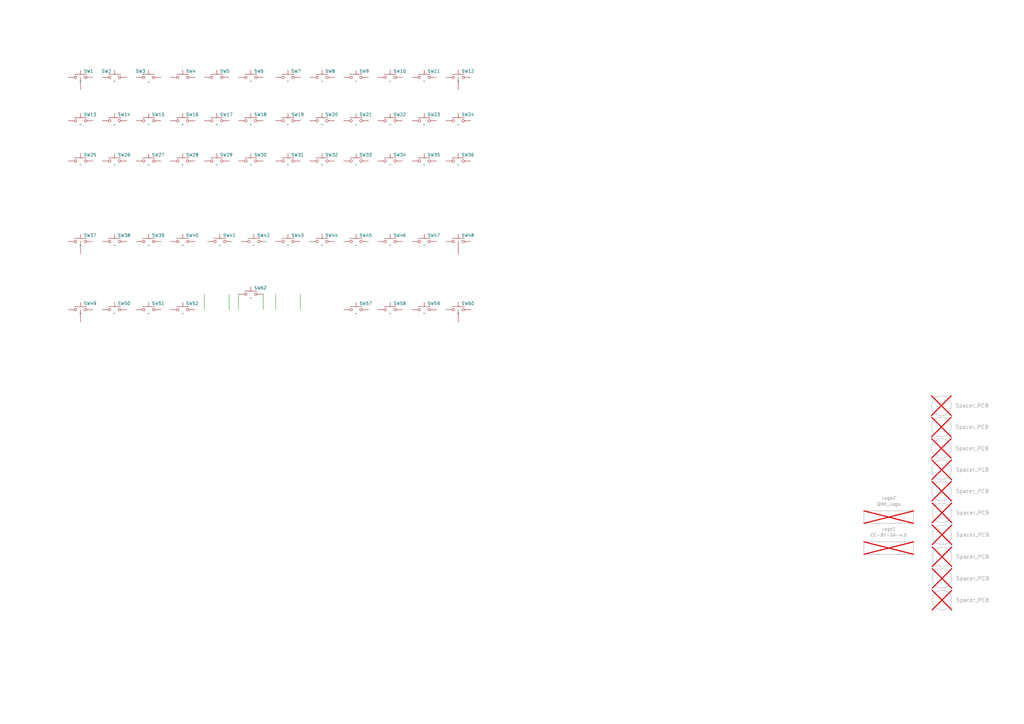
<source format=kicad_sch>
(kicad_sch (version 20231120) (generator "eeschema") (generator_version "8.0")
  (paper "A3")
  (title_block (title "Chameleon") (date "2024-03-19") (rev "v1.10") (company "Tweety's Wild Thinking") (comment 1 "Markus Knutsson <markus.knutsson@tweety.se>") (comment 2 "https://github.com/TweetyDaBird") (comment 3 "Licensed under Creative Commons BY-SA 4.0 International "))
  (lib_symbols
    (symbol "Keyboard Switches:SW_Push_GND" (pin_numbers hide) (pin_names (offset 1.016) hide)
      (property "Reference" "SW" (at 1.27 2.54 0))
      (property "Value" "SW_Push" (at 0 -1.524 0))
      (symbol "SW_Push_GND_0_1"
        (circle (center -2.032 0) (radius 0.508))
        (polyline (pts (xy 0 1.27) (xy 0 3.048)))
        (polyline (pts (xy 2.54 1.27) (xy -2.54 1.27)))
        (circle (center 2.032 0) (radius 0.508))
        (pin passive line (at -5.08 0 0) (length 2.54) (name "1") (number "1"))
        (pin passive line (at 5.08 0 180) (length 2.54) (name "2") (number "2"))
      )
      (symbol "SW_Push_GND_1_1"
        (pin power_in line (at 0 -5.08 90) (length 5.08) (name "3") (number "3"))
      )
    )
    (symbol "Keyboard_Plate:Spacer_PCB" (pin_names (offset 1.016))
      (property "Value" "Spacer_PCB" (at 0 1.27 0))
      (symbol "Spacer_PCB_0_1"
        (circle (center 0 0) (radius 4.0132))
      )
    )
    (symbol "Logotypes:CC-BY-SA-4.0" (pin_names (offset 1.016)) (in_bom no)
      (property "Reference" "Logo" (at 0 1.27 0))
      (property "Value" "CC-BY-SA-4.0" (at 0 -1.27 0))
      (symbol "CC-BY-SA-4.0_0_1"
        (rectangle (start -10.16 2.54) (end 10.16 -2.54))
      )
    )
    (symbol "Logotypes:QMK_Logo" (pin_numbers hide) (pin_names (offset 0) hide) (in_bom no)
      (property "Reference" "Logo" (at 0 0 0))
      (property "Value" "QMK_Logo" (at 0 2.54 0))
      (symbol "QMK_Logo_0_1"
        (rectangle (start -10.16 3.81) (end 10.16 -1.27))
      )
    )
    (symbol "Switch:SW_Push" (pin_numbers hide) (pin_names (offset 1.016) hide)
      (property "Reference" "SW" (at 1.27 2.54 0))
      (property "Value" "SW_Push" (at 0 -1.524 0))
      (symbol "SW_Push_0_1"
        (circle (center -2.032 0) (radius 0.508))
        (polyline (pts (xy 0 1.27) (xy 0 3.048)))
        (polyline (pts (xy 2.54 1.27) (xy -2.54 1.27)))
        (circle (center 2.032 0) (radius 0.508))
        (pin passive line (at -5.08 0 0) (length 2.54) (name "1") (number "1"))
        (pin passive line (at 5.08 0 180) (length 2.54) (name "2") (number "2"))
      )
    )
  )
  (wire (pts (xy 93.98 120.65) (xy 93.98 127)))
  (wire (pts (xy 97.79 120.65) (xy 97.79 127)))
  (wire (pts (xy 83.82 127) (xy 83.82 120.65)))
  (wire (pts (xy 123.19 120.65) (xy 123.19 127)))
  (wire (pts (xy 107.95 120.65) (xy 107.95 127)))
  (wire (pts (xy 113.03 127) (xy 113.03 120.65)))
  (symbol (lib_id "Switch:SW_Push") (at 90.17 99.06 0) (unit 1)
    (property "Reference" "SW41" (at 91.44 96.52 0) (effects (justify left)))
    (property "Value" "~" (at 90.17 100.584 0))
    (property "Footprint" "Keyboard_Plate:SW_MX_Plate_Placeholder_nodrill_NOBORDER_13,9" (effects (hide yes)))
  )
  (symbol (lib_id "Switch:SW_Push") (at 88.9 66.04 0) (unit 1)
    (property "Reference" "SW29" (at 90.17 63.5 0) (effects (justify left)))
    (property "Value" "~" (at 88.9 67.564 0))
    (property "Footprint" "Keyboard_Plate:SW_MX_Plate_Placeholder_nodrill_NOBORDER_13,9" (effects (hide yes)))
  )
  (symbol (lib_id "Keyboard_Plate:Spacer_PCB") (at 386.334 219.329 0) (unit 1) (in_bom no) (dnp yes)
    (property "Reference" "H2" (effects (hide yes)))
    (property "Value" "Spacer_PCB" (at 392.049 219.329 0) (effects (font (size 1.524 1.524)) (justify left)))
    (property "Footprint" "Keyboard Common:Spacer PCB hole" (effects (hide yes)))
  )
  (symbol (lib_id "Keyboard_Plate:Spacer_PCB") (at 386.334 228.346 0) (unit 1) (in_bom no) (dnp yes)
    (property "Reference" "H3" (effects (hide yes)))
    (property "Value" "Spacer_PCB" (at 392.049 228.346 0) (effects (font (size 1.524 1.524)) (justify left)))
    (property "Footprint" "Keyboard Common:Spacer PCB hole" (effects (hide yes)))
  )
  (symbol (lib_id "Keyboard Switches:SW_Push_GND") (at 33.02 99.06 0) (unit 1)
    (property "Reference" "SW37" (at 34.29 96.52 0) (effects (justify left)))
    (property "Value" "~" (at 33.02 100.584 0))
    (property "Footprint" "Keyboard_Plate:SW_MX_Plate_Placeholder_nodrill_NOBORDER_13,9" (effects (hide yes)))
  )
  (symbol (lib_id "Keyboard_Plate:Spacer_PCB") (at 386.207 201.422 0) (unit 1) (in_bom no) (dnp yes)
    (property "Reference" "H6" (effects (hide yes)))
    (property "Value" "Spacer_PCB" (at 391.922 201.422 0) (effects (font (size 1.524 1.524)) (justify left)))
    (property "Footprint" "Keyboard Common:Spacer PCB hole" (effects (hide yes)))
  )
  (symbol (lib_id "Switch:SW_Push") (at 60.96 99.06 0) (unit 1)
    (property "Reference" "SW39" (at 62.23 96.52 0) (effects (justify left)))
    (property "Value" "~" (at 60.96 100.584 0))
    (property "Footprint" "Keyboard_Plate:SW_MX_Plate_Placeholder_nodrill_NOBORDER_13,9" (effects (hide yes)))
  )
  (symbol (lib_id "Switch:SW_Push") (at 118.11 49.53 0) (unit 1)
    (property "Reference" "SW19" (at 119.38 46.99 0) (effects (justify left)))
    (property "Value" "~" (at 118.11 51.054 0))
    (property "Footprint" "Keyboard_Plate:SW_MX_Plate_Placeholder_nodrill_NOBORDER_13,9" (effects (hide yes)))
  )
  (symbol (lib_id "Switch:SW_Push") (at 173.99 127 0) (unit 1)
    (property "Reference" "SW59" (at 175.26 124.46 0) (effects (justify left)))
    (property "Value" "~" (at 173.99 128.524 0))
    (property "Footprint" "Keyboard_Plate:SW_MX_Plate_Placeholder_nodrill_NOBORDER_13,9" (effects (hide yes)))
  )
  (symbol (lib_id "Switch:SW_Push") (at 132.08 66.04 0) (unit 1)
    (property "Reference" "SW32" (at 133.35 63.5 0) (effects (justify left)))
    (property "Value" "~" (at 132.08 67.564 0))
    (property "Footprint" "Keyboard_Plate:SW_MX_Plate_Placeholder_nodrill_NOBORDER_13,9" (effects (hide yes)))
  )
  (symbol (lib_id "Switch:SW_Push") (at 146.05 99.06 0) (unit 1)
    (property "Reference" "SW45" (at 147.32 96.52 0) (effects (justify left)))
    (property "Value" "~" (at 146.05 100.584 0))
    (property "Footprint" "Keyboard_Plate:SW_MX_Plate_Placeholder_nodrill_NOBORDER_13,9" (effects (hide yes)))
  )
  (symbol (lib_id "Switch:SW_Push") (at 104.14 99.06 0) (unit 1)
    (property "Reference" "SW42" (at 105.41 96.52 0) (effects (justify left)))
    (property "Value" "~" (at 104.14 100.584 0))
    (property "Footprint" "Keyboard_Plate:SW_MX_Plate_Placeholder_nodrill_NOBORDER_13,9" (effects (hide yes)))
  )
  (symbol (lib_id "Switch:SW_Push") (at 173.99 99.06 0) (unit 1)
    (property "Reference" "SW47" (at 175.26 96.52 0) (effects (justify left)))
    (property "Value" "~" (at 173.99 100.584 0))
    (property "Footprint" "Keyboard_Plate:SW_MX_Plate_Placeholder_nodrill_NOBORDER_13,9" (effects (hide yes)))
  )
  (symbol (lib_id "Switch:SW_Push") (at 173.99 31.75 0) (unit 1)
    (property "Reference" "SW11" (at 175.26 29.21 0) (effects (justify left)))
    (property "Value" "~" (at 173.99 33.274 0))
    (property "Footprint" "Keyboard_Plate:SW_MX_Plate_Placeholder_nodrill_NOBORDER_13,9" (effects (hide yes)))
  )
  (symbol (lib_id "Keyboard Switches:SW_Push_GND") (at 33.02 127 0) (unit 1)
    (property "Reference" "SW49" (at 34.29 124.46 0) (effects (justify left)))
    (property "Value" "~" (at 33.02 128.524 0))
    (property "Footprint" "Keyboard_Plate:SW_MX_Plate_Placeholder_nodrill_NOBORDER_13,9" (effects (hide yes)))
  )
  (symbol (lib_id "Switch:SW_Push") (at 146.05 66.04 0) (unit 1)
    (property "Reference" "SW33" (at 147.32 63.5 0) (effects (justify left)))
    (property "Value" "~" (at 146.05 67.564 0))
    (property "Footprint" "Keyboard_Plate:SW_MX_Plate_Placeholder_nodrill_NOBORDER_13,9" (effects (hide yes)))
  )
  (symbol (lib_id "Switch:SW_Push") (at 74.93 99.06 0) (unit 1)
    (property "Reference" "SW40" (at 76.2 96.52 0) (effects (justify left)))
    (property "Value" "~" (at 74.93 100.584 0))
    (property "Footprint" "Keyboard_Plate:SW_MX_Plate_Placeholder_nodrill_NOBORDER_13,9" (effects (hide yes)))
  )
  (symbol (lib_id "Switch:SW_Push") (at 160.02 31.75 0) (unit 1)
    (property "Reference" "SW10" (at 161.29 29.21 0) (effects (justify left)))
    (property "Value" "~" (at 160.02 33.274 0))
    (property "Footprint" "Keyboard_Plate:SW_MX_Plate_Placeholder_nodrill_NOBORDER_13,9" (effects (hide yes)))
  )
  (symbol (lib_id "Keyboard Switches:SW_Push_GND") (at 187.96 99.06 0) (unit 1)
    (property "Reference" "SW48" (at 189.23 96.52 0) (effects (justify left)))
    (property "Footprint" "Keyboard_Plate:SW_MX_Plate_Placeholder_nodrill_NOBORDER_13,9" (effects (hide yes)))
  )
  (symbol (lib_id "Switch:SW_Push") (at 160.02 127 0) (unit 1)
    (property "Reference" "SW58" (at 161.29 124.46 0) (effects (justify left)))
    (property "Value" "~" (at 160.02 128.524 0))
    (property "Footprint" "Keyboard_Plate:SW_MX_Plate_Placeholder_nodrill_NOBORDER_13,9" (effects (hide yes)))
  )
  (symbol (lib_id "Logotypes:CC-BY-SA-4.0") (at 364.49 224.79 0) (unit 1) (exclude_from_sim yes) (in_bom no) (dnp yes)
    (property "Reference" "Logo1" (at 364.49 216.916 0))
    (property "Value" "CC-BY-SA-4.0" (at 364.49 219.456 0))
    (property "Footprint" "Logotypes:CC_BY_SA_40_tiny" (effects (hide yes)))
  )
  (symbol (lib_id "Switch:SW_Push") (at 187.96 66.04 0) (unit 1)
    (property "Reference" "SW36" (at 189.23 63.5 0) (effects (justify left)))
    (property "Value" "~" (at 187.96 67.564 0))
    (property "Footprint" "Keyboard_Plate:SW_MX_Plate_Placeholder_nodrill_NOBORDER_13,9" (effects (hide yes)))
  )
  (symbol (lib_id "Switch:SW_Push") (at 74.93 127 0) (unit 1)
    (property "Reference" "SW52" (at 76.2 124.46 0) (effects (justify left)))
    (property "Value" "~" (at 74.93 128.524 0))
    (property "Footprint" "Keyboard_Plate:SW_MX_Plate_Placeholder_nodrill_NOBORDER_13,9" (effects (hide yes)))
  )
  (symbol (lib_id "Keyboard_Plate:Spacer_PCB") (at 386.08 183.896 0) (unit 1) (in_bom no) (dnp yes)
    (property "Reference" "H9" (effects (hide yes)))
    (property "Value" "Spacer_PCB" (at 391.795 183.896 0) (effects (font (size 1.524 1.524)) (justify left)))
    (property "Footprint" "Keyboard Common:Spacer PCB hole" (effects (hide yes)))
  )
  (symbol (lib_id "Switch:SW_Push") (at 160.02 49.53 0) (unit 1)
    (property "Reference" "SW22" (at 161.29 46.99 0) (effects (justify left)))
    (property "Value" "~" (at 160.02 51.054 0))
    (property "Footprint" "Keyboard_Plate:SW_MX_Plate_Placeholder_nodrill_NOBORDER_13,9" (effects (hide yes)))
  )
  (symbol (lib_id "Switch:SW_Push") (at 132.08 31.75 0) (unit 1)
    (property "Reference" "SW8" (at 133.35 29.21 0) (effects (justify left)))
    (property "Value" "~" (at 132.08 33.274 0))
    (property "Footprint" "Keyboard_Plate:SW_MX_Plate_Placeholder_nodrill_NOBORDER_13,9" (effects (hide yes)))
  )
  (symbol (lib_id "Switch:SW_Push") (at 33.02 66.04 0) (unit 1)
    (property "Reference" "SW25" (at 34.29 63.5 0) (effects (justify left)))
    (property "Value" "~" (at 33.02 67.564 0))
    (property "Footprint" "Keyboard_Plate:SW_MX_Plate_Placeholder_nodrill_NOBORDER_13,9" (effects (hide yes)))
  )
  (symbol (lib_id "Keyboard_Plate:Spacer_PCB") (at 386.334 246.126 0) (unit 1) (in_bom no) (dnp yes)
    (property "Reference" "H5" (effects (hide yes)))
    (property "Value" "Spacer_PCB" (at 392.049 246.126 0) (effects (font (size 1.524 1.524)) (justify left)))
    (property "Footprint" "Keyboard Common:Spacer PCB hole" (effects (hide yes)))
  )
  (symbol (lib_id "Switch:SW_Push") (at 46.99 99.06 0) (unit 1)
    (property "Reference" "SW38" (at 48.26 96.52 0) (effects (justify left)))
    (property "Value" "~" (at 46.99 100.584 0))
    (property "Footprint" "Keyboard_Plate:SW_MX_Plate_Placeholder_nodrill_NOBORDER_13,9" (effects (hide yes)))
  )
  (symbol (lib_id "Keyboard_Plate:Spacer_PCB") (at 386.08 166.37 0) (unit 1) (in_bom no) (dnp yes)
    (property "Reference" "H10" (effects (hide yes)))
    (property "Value" "Spacer_PCB" (at 391.795 166.37 0) (effects (font (size 1.524 1.524)) (justify left)))
    (property "Footprint" "Keyboard Common:Spacer PCB hole" (effects (hide yes)))
  )
  (symbol (lib_id "Switch:SW_Push") (at 88.9 31.75 0) (unit 1)
    (property "Reference" "SW5" (at 90.17 29.21 0) (effects (justify left)))
    (property "Footprint" "Keyboard_Plate:SW_MX_Plate_Placeholder_nodrill_NOBORDER_13,9" (effects (hide yes)))
  )
  (symbol (lib_id "Switch:SW_Push") (at 74.93 49.53 0) (unit 1)
    (property "Reference" "SW16" (at 76.2 46.99 0) (effects (justify left)))
    (property "Value" "~" (at 74.93 51.054 0))
    (property "Footprint" "Keyboard_Plate:SW_MX_Plate_Placeholder_nodrill_NOBORDER_13,9" (effects (hide yes)))
  )
  (symbol (lib_id "Switch:SW_Push") (at 60.96 66.04 0) (unit 1)
    (property "Reference" "SW27" (at 62.23 63.5 0) (effects (justify left)))
    (property "Value" "~" (at 60.96 67.564 0))
    (property "Footprint" "Keyboard_Plate:SW_MX_Plate_Placeholder_nodrill_NOBORDER_13,9" (effects (hide yes)))
  )
  (symbol (lib_id "Switch:SW_Push") (at 60.96 31.75 0) (mirror y) (unit 1)
    (property "Reference" "SW3" (at 59.69 29.21 0) (effects (justify left)))
    (property "Value" "~" (at 60.96 33.655 0))
    (property "Footprint" "Keyboard_Plate:SW_MX_Plate_Placeholder_nodrill_NOBORDER_13,9" (effects (hide yes)))
  )
  (symbol (lib_id "Switch:SW_Push") (at 160.02 66.04 0) (unit 1)
    (property "Reference" "SW34" (at 161.29 63.5 0) (effects (justify left)))
    (property "Value" "~" (at 160.02 67.564 0))
    (property "Footprint" "Keyboard_Plate:SW_MX_Plate_Placeholder_nodrill_NOBORDER_13,9" (effects (hide yes)))
  )
  (symbol (lib_id "Switch:SW_Push") (at 118.11 66.04 0) (unit 1)
    (property "Reference" "SW31" (at 119.38 63.5 0) (effects (justify left)))
    (property "Value" "~" (at 118.11 67.564 0))
    (property "Footprint" "Keyboard_Plate:SW_MX_Plate_Placeholder_nodrill_NOBORDER_13,9" (effects (hide yes)))
  )
  (symbol (lib_id "Switch:SW_Push") (at 33.02 49.53 0) (unit 1)
    (property "Reference" "SW13" (at 34.29 46.99 0) (effects (justify left)))
    (property "Value" "~" (at 33.02 51.054 0))
    (property "Footprint" "Keyboard_Plate:SW_MX_Plate_Placeholder_nodrill_NOBORDER_13,9" (effects (hide yes)))
  )
  (symbol (lib_id "Switch:SW_Push") (at 60.96 127 0) (unit 1)
    (property "Reference" "SW51" (at 62.23 124.46 0) (effects (justify left)))
    (property "Value" "~" (at 60.96 128.524 0))
    (property "Footprint" "Keyboard_Plate:SW_MX_Plate_Placeholder_nodrill_NOBORDER_13,9" (effects (hide yes)))
  )
  (symbol (lib_id "Switch:SW_Push") (at 60.96 49.53 0) (unit 1)
    (property "Reference" "SW15" (at 62.23 46.99 0) (effects (justify left)))
    (property "Value" "~" (at 60.96 51.054 0))
    (property "Footprint" "Keyboard_Plate:SW_MX_Plate_Placeholder_nodrill_NOBORDER_13,9" (effects (hide yes)))
  )
  (symbol (lib_id "Switch:SW_Push") (at 118.11 99.06 0) (unit 1)
    (property "Reference" "SW43" (at 119.38 96.52 0) (effects (justify left)))
    (property "Value" "~" (at 118.11 100.584 0))
    (property "Footprint" "Keyboard_Plate:SW_MX_Plate_Placeholder_nodrill_NOBORDER_13,9" (effects (hide yes)))
  )
  (symbol (lib_id "Keyboard Switches:SW_Push_GND") (at 33.02 31.75 0) (unit 1)
    (property "Reference" "SW1" (at 34.29 29.21 0) (effects (justify left)))
    (property "Value" "~" (at 33.02 33.274 0))
    (property "Footprint" "Keyboard_Plate:SW_MX_Plate_Placeholder_nodrill_NOBORDER_13,9" (effects (hide yes)))
  )
  (symbol (lib_id "Switch:SW_Push") (at 146.05 49.53 0) (unit 1)
    (property "Reference" "SW21" (at 147.32 46.99 0) (effects (justify left)))
    (property "Value" "~" (at 146.05 51.054 0))
    (property "Footprint" "Keyboard_Plate:SW_MX_Plate_Placeholder_nodrill_NOBORDER_13,9" (effects (hide yes)))
  )
  (symbol (lib_id "Switch:SW_Push") (at 102.87 49.53 0) (unit 1)
    (property "Reference" "SW18" (at 104.14 46.99 0) (effects (justify left)))
    (property "Value" "~" (at 102.87 51.054 0))
    (property "Footprint" "Keyboard_Plate:SW_MX_Plate_Placeholder_nodrill_NOBORDER_13,9" (effects (hide yes)))
  )
  (symbol (lib_id "Switch:SW_Push") (at 102.87 31.75 0) (unit 1)
    (property "Reference" "SW6" (at 104.14 29.21 0) (effects (justify left)))
    (property "Value" "~" (at 102.87 33.274 0))
    (property "Footprint" "Keyboard_Plate:SW_MX_Plate_Placeholder_nodrill_NOBORDER_13,9" (effects (hide yes)))
  )
  (symbol (lib_id "Switch:SW_Push") (at 118.11 31.75 0) (unit 1)
    (property "Reference" "SW7" (at 119.38 29.21 0) (effects (justify left)))
    (property "Value" "~" (at 118.11 33.274 0))
    (property "Footprint" "Keyboard_Plate:SW_MX_Plate_Placeholder_nodrill_NOBORDER_13,9" (effects (hide yes)))
  )
  (symbol (lib_id "Switch:SW_Push") (at 102.87 66.04 0) (unit 1)
    (property "Reference" "SW30" (at 104.14 63.5 0) (effects (justify left)))
    (property "Value" "~" (at 102.87 67.564 0))
    (property "Footprint" "Keyboard_Plate:SW_MX_Plate_Placeholder_nodrill_NOBORDER_13,9" (effects (hide yes)))
  )
  (symbol (lib_id "Switch:SW_Push") (at 173.99 49.53 0) (unit 1)
    (property "Reference" "SW23" (at 175.26 46.99 0) (effects (justify left)))
    (property "Value" "~" (at 173.99 51.054 0))
    (property "Footprint" "Keyboard_Plate:SW_MX_Plate_Placeholder_nodrill_NOBORDER_13,9" (effects (hide yes)))
  )
  (symbol (lib_id "Switch:SW_Push") (at 74.93 31.75 0) (unit 1)
    (property "Reference" "SW4" (at 76.2 29.21 0) (effects (justify left)))
    (property "Footprint" "Keyboard_Plate:SW_MX_Plate_Placeholder_nodrill_NOBORDER_13,9" (effects (hide yes)))
  )
  (symbol (lib_id "Switch:SW_Push") (at 46.99 49.53 0) (unit 1)
    (property "Reference" "SW14" (at 48.26 46.99 0) (effects (justify left)))
    (property "Value" "~" (at 46.99 51.054 0))
    (property "Footprint" "Keyboard_Plate:SW_MX_Plate_Placeholder_nodrill_NOBORDER_13,9" (effects (hide yes)))
  )
  (symbol (lib_id "Keyboard_Plate:Spacer_PCB") (at 386.207 192.659 0) (unit 1) (in_bom no) (dnp yes)
    (property "Reference" "H7" (effects (hide yes)))
    (property "Value" "Spacer_PCB" (at 391.922 192.659 0) (effects (font (size 1.524 1.524)) (justify left)))
    (property "Footprint" "Keyboard Common:Spacer PCB hole" (effects (hide yes)))
  )
  (symbol (lib_id "Switch:SW_Push") (at 102.87 120.65 0) (unit 1)
    (property "Reference" "SW62" (at 104.14 118.11 0) (effects (justify left)))
    (property "Value" "~" (at 102.87 122.174 0))
    (property "Footprint" "Keyboard_Plate:Special 4u center" (effects (hide yes)))
  )
  (symbol (lib_id "Keyboard_Plate:Spacer_PCB") (at 386.334 237.236 0) (unit 1) (in_bom no) (dnp yes)
    (property "Reference" "H4" (effects (hide yes)))
    (property "Value" "Spacer_PCB" (at 392.049 237.236 0) (effects (font (size 1.524 1.524)) (justify left)))
    (property "Footprint" "Keyboard Common:Spacer PCB hole" (effects (hide yes)))
  )
  (symbol (lib_id "Switch:SW_Push") (at 146.05 127 0) (unit 1)
    (property "Reference" "SW57" (at 147.32 124.46 0) (effects (justify left)))
    (property "Value" "~" (at 146.05 128.524 0))
    (property "Footprint" "Keyboard_Plate:SW_MX_Plate_Placeholder_nodrill_NOBORDER_13,9" (effects (hide yes)))
  )
  (symbol (lib_id "Switch:SW_Push") (at 88.9 49.53 0) (unit 1)
    (property "Reference" "SW17" (at 90.17 46.99 0) (effects (justify left)))
    (property "Value" "~" (at 88.9 51.054 0))
    (property "Footprint" "Keyboard_Plate:SW_MX_Plate_Placeholder_nodrill_NOBORDER_13,9" (effects (hide yes)))
  )
  (symbol (lib_id "Switch:SW_Push") (at 46.99 66.04 0) (unit 1)
    (property "Reference" "SW26" (at 48.26 63.5 0) (effects (justify left)))
    (property "Value" "~" (at 46.99 67.564 0))
    (property "Footprint" "Keyboard_Plate:SW_MX_Plate_Placeholder_nodrill_NOBORDER_13,9" (effects (hide yes)))
  )
  (symbol (lib_id "Switch:SW_Push") (at 46.99 127 0) (unit 1)
    (property "Reference" "SW50" (at 48.26 124.46 0) (effects (justify left)))
    (property "Value" "~" (at 46.99 128.524 0))
    (property "Footprint" "Keyboard_Plate:SW_MX_Plate_Placeholder_nodrill_NOBORDER_13,9" (effects (hide yes)))
  )
  (symbol (lib_id "Switch:SW_Push") (at 146.05 31.75 0) (unit 1)
    (property "Reference" "SW9" (at 147.32 29.21 0) (effects (justify left)))
    (property "Value" "~" (at 146.05 33.274 0))
    (property "Footprint" "Keyboard_Plate:SW_MX_Plate_Placeholder_nodrill_NOBORDER_13,9" (effects (hide yes)))
  )
  (symbol (lib_id "Keyboard Switches:SW_Push_GND") (at 187.96 31.75 0) (unit 1)
    (property "Reference" "SW12" (at 189.23 29.21 0) (effects (justify left)))
    (property "Value" "~" (at 187.96 33.274 0))
    (property "Footprint" "Keyboard_Plate:SW_MX_Plate_Placeholder_nodrill_NOBORDER_13,9" (effects (hide yes)))
  )
  (symbol (lib_id "Switch:SW_Push") (at 160.02 99.06 0) (unit 1)
    (property "Reference" "SW46" (at 161.29 96.52 0) (effects (justify left)))
    (property "Value" "~" (at 160.02 100.584 0))
    (property "Footprint" "Keyboard_Plate:SW_MX_Plate_Placeholder_nodrill_NOBORDER_13,9" (effects (hide yes)))
  )
  (symbol (lib_id "Switch:SW_Push") (at 132.08 49.53 0) (unit 1)
    (property "Reference" "SW20" (at 133.35 46.99 0) (effects (justify left)))
    (property "Value" "~" (at 132.08 51.054 0))
    (property "Footprint" "Keyboard_Plate:SW_MX_Plate_Placeholder_nodrill_NOBORDER_13,9" (effects (hide yes)))
  )
  (symbol (lib_id "Keyboard Switches:SW_Push_GND") (at 187.96 127 0) (unit 1)
    (property "Reference" "SW60" (at 189.23 124.46 0) (effects (justify left)))
    (property "Value" "~" (at 187.96 128.524 0))
    (property "Footprint" "Keyboard_Plate:SW_MX_Plate_Placeholder_nodrill_NOBORDER_13,9" (effects (hide yes)))
  )
  (symbol (lib_id "Keyboard_Plate:Spacer_PCB") (at 386.08 175.133 0) (unit 1) (in_bom no) (dnp yes)
    (property "Reference" "H8" (effects (hide yes)))
    (property "Value" "Spacer_PCB" (at 391.795 175.133 0) (effects (font (size 1.524 1.524)) (justify left)))
    (property "Footprint" "Keyboard Common:Spacer PCB hole" (effects (hide yes)))
  )
  (symbol (lib_id "Logotypes:QMK_Logo") (at 364.49 213.36 0) (unit 1) (exclude_from_sim yes) (in_bom no) (dnp yes)
    (property "Reference" "Logo2" (at 364.49 204.216 0))
    (property "Value" "QMK_Logo" (at 364.49 206.756 0))
    (property "Footprint" "Logotypes:Powered_by_QMK" (effects (hide yes)))
  )
  (symbol (lib_id "Switch:SW_Push") (at 187.96 49.53 0) (unit 1)
    (property "Reference" "SW24" (at 189.23 46.99 0) (effects (justify left)))
    (property "Value" "~" (at 187.96 51.054 0))
    (property "Footprint" "Keyboard_Plate:SW_MX_Plate_Placeholder_nodrill_NOBORDER_13,9" (effects (hide yes)))
  )
  (symbol (lib_id "Switch:SW_Push") (at 46.99 31.75 0) (mirror y) (unit 1)
    (property "Reference" "SW2" (at 45.72 29.21 0) (effects (justify left)))
    (property "Value" "~" (at 46.99 33.274 0))
    (property "Footprint" "Keyboard_Plate:SW_MX_Plate_Placeholder_nodrill_NOBORDER_13,9" (effects (hide yes)))
  )
  (symbol (lib_id "Switch:SW_Push") (at 74.93 66.04 0) (unit 1)
    (property "Reference" "SW28" (at 76.2 63.5 0) (effects (justify left)))
    (property "Value" "~" (at 74.93 67.564 0))
    (property "Footprint" "Keyboard_Plate:SW_MX_Plate_Placeholder_nodrill_NOBORDER_13,9" (effects (hide yes)))
  )
  (symbol (lib_id "Switch:SW_Push") (at 132.08 99.06 0) (unit 1)
    (property "Reference" "SW44" (at 133.35 96.52 0) (effects (justify left)))
    (property "Value" "~" (at 132.08 100.584 0))
    (property "Footprint" "Keyboard_Plate:SW_MX_Plate_Placeholder_nodrill_NOBORDER_13,9" (effects (hide yes)))
  )
  (symbol (lib_id "Keyboard_Plate:Spacer_PCB") (at 386.334 210.312 0) (unit 1) (in_bom no) (dnp yes)
    (property "Reference" "H1" (effects (hide yes)))
    (property "Value" "Spacer_PCB" (at 392.049 210.312 0) (effects (font (size 1.524 1.524)) (justify left)))
    (property "Footprint" "Keyboard Common:Spacer PCB hole" (effects (hide yes)))
  )
  (symbol (lib_id "Switch:SW_Push") (at 173.99 66.04 0) (unit 1)
    (property "Reference" "SW35" (at 175.26 63.5 0) (effects (justify left)))
    (property "Value" "~" (at 173.99 67.564 0))
    (property "Footprint" "Keyboard_Plate:SW_MX_Plate_Placeholder_nodrill_NOBORDER_13,9" (effects (hide yes)))
  )
)
</source>
